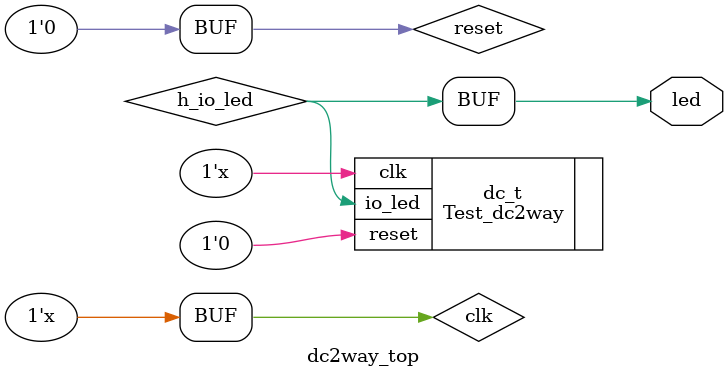
<source format=v>


module dc2way_top(output led);

  wire h_io_led;
  reg clk, reset;
  initial begin
	clk = 1; reset = 0;
	 #5  reset = 1;    // Assert the reset
	#25  reset = 0; 
  end

  always begin
   #10  clk = ~clk; // Toggle clock every 5 ticks
  end
	
  assign led = h_io_led;

  
  //assign res = 1'h0;
  
  
  Test_dc2way dc_t(.clk(clk), .reset(reset), .io_led( h_io_led ));
endmodule




</source>
